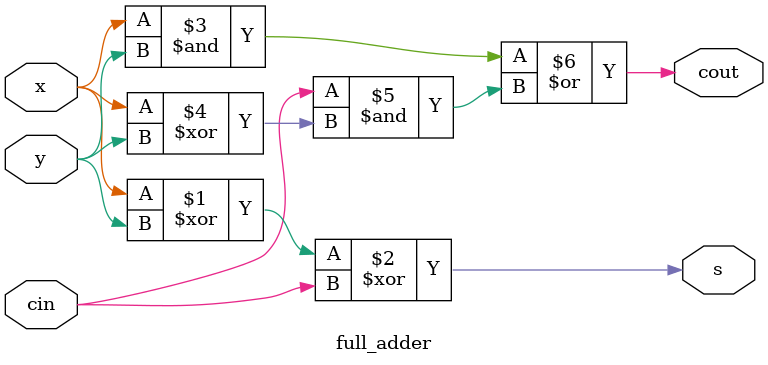
<source format=v>
`timescale 1ns / 1ps
module full_adder(
	s,
	cout,
	x,
	y,
	cin
);

output s,cout;
input x,y,cin;

assign s = x^y^cin;
assign cout = (x&y)|(cin&(x^y));

endmodule

</source>
